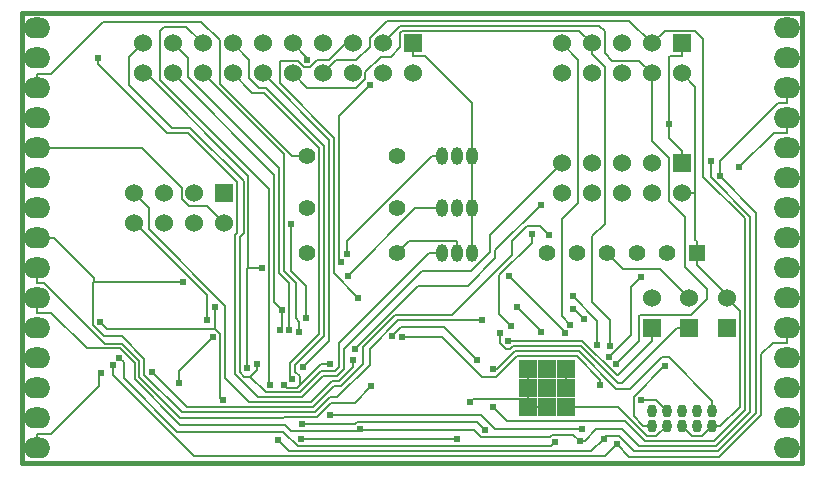
<source format=gbl>
G04 (created by PCBNEW-RS274X (2012-01-19 BZR 3256)-stable) date 20/08/2012 20:09:25*
G01*
G70*
G90*
%MOIN*%
G04 Gerber Fmt 3.4, Leading zero omitted, Abs format*
%FSLAX34Y34*%
G04 APERTURE LIST*
%ADD10C,0.006000*%
%ADD11C,0.015000*%
%ADD12O,0.088000X0.070000*%
%ADD13C,0.055000*%
%ADD14R,0.060000X0.060000*%
%ADD15C,0.060000*%
%ADD16R,0.055000X0.055000*%
%ADD17O,0.039400X0.059100*%
%ADD18O,0.031500X0.043300*%
%ADD19R,0.063400X0.063400*%
%ADD20C,0.024000*%
%ADD21C,0.008000*%
G04 APERTURE END LIST*
G54D10*
G54D11*
X25000Y00000D02*
X26000Y00000D01*
X25000Y15000D02*
X26000Y15000D01*
X25000Y15000D02*
X00000Y15000D01*
X26000Y00000D02*
X26000Y15000D01*
X00000Y00000D02*
X25000Y00000D01*
X00000Y15000D02*
X00000Y00000D01*
G54D12*
X00500Y00500D03*
X00500Y01500D03*
X00500Y02500D03*
X00500Y03500D03*
X00500Y04500D03*
X00500Y05500D03*
X00500Y06500D03*
X00500Y07500D03*
X00500Y08500D03*
X00500Y09500D03*
X00500Y10500D03*
X00500Y11500D03*
X00500Y12500D03*
X00500Y13500D03*
X00500Y14500D03*
X25500Y00500D03*
X25500Y01500D03*
X25500Y02500D03*
X25500Y03500D03*
X25500Y04500D03*
X25500Y05500D03*
X25500Y06500D03*
X25500Y07500D03*
X25500Y08500D03*
X25500Y09500D03*
X25500Y10500D03*
X25500Y11500D03*
X25500Y12500D03*
X25500Y13500D03*
X25500Y14500D03*
G54D13*
X09500Y08500D03*
X12500Y08500D03*
X09500Y07000D03*
X12500Y07000D03*
X09500Y10250D03*
X12500Y10250D03*
G54D14*
X13025Y14000D03*
G54D15*
X13025Y13000D03*
X12025Y14000D03*
X12025Y13000D03*
X11025Y14000D03*
X11025Y13000D03*
X10025Y14000D03*
X10025Y13000D03*
X09025Y14000D03*
X09025Y13000D03*
X08025Y14000D03*
X08025Y13000D03*
X07025Y14000D03*
X07025Y13000D03*
X06025Y14000D03*
X06025Y13000D03*
X05025Y14000D03*
X05025Y13000D03*
X04025Y14000D03*
X04025Y13000D03*
G54D16*
X22500Y07000D03*
G54D13*
X21500Y07000D03*
X20500Y07000D03*
X19500Y07000D03*
X18500Y07000D03*
X17500Y07000D03*
G54D17*
X15000Y08500D03*
X14500Y08500D03*
X14000Y08500D03*
X15000Y07000D03*
X14500Y07000D03*
X14000Y07000D03*
X15000Y10250D03*
X14500Y10250D03*
X14000Y10250D03*
G54D14*
X22000Y14000D03*
G54D15*
X22000Y13000D03*
X21000Y14000D03*
X21000Y13000D03*
X20000Y14000D03*
X20000Y13000D03*
X19000Y14000D03*
X19000Y13000D03*
X18000Y14000D03*
X18000Y13000D03*
G54D14*
X22000Y10000D03*
G54D15*
X22000Y09000D03*
X21000Y10000D03*
X21000Y09000D03*
X20000Y10000D03*
X20000Y09000D03*
X19000Y10000D03*
X19000Y09000D03*
X18000Y10000D03*
X18000Y09000D03*
G54D14*
X06750Y09000D03*
G54D15*
X06750Y08000D03*
X05750Y09000D03*
X05750Y08000D03*
X04750Y09000D03*
X04750Y08000D03*
X03750Y09000D03*
X03750Y08000D03*
G54D18*
X21000Y01250D03*
X21000Y01750D03*
X21500Y01250D03*
X21500Y01750D03*
X22000Y01250D03*
X22000Y01750D03*
X22500Y01250D03*
X22500Y01750D03*
X23000Y01250D03*
X23000Y01750D03*
G54D14*
X23500Y04500D03*
G54D15*
X23500Y05500D03*
G54D14*
X22250Y04500D03*
G54D15*
X22250Y05500D03*
G54D14*
X21000Y04500D03*
G54D15*
X21000Y05500D03*
G54D19*
X18130Y01870D03*
X17500Y01870D03*
X17500Y02500D03*
X18130Y02500D03*
X16870Y01870D03*
X16870Y02500D03*
X16870Y03130D03*
X17500Y03130D03*
X18130Y03130D03*
G54D20*
X16499Y05228D03*
X11038Y03452D03*
X21446Y03250D03*
X18748Y04819D03*
X18362Y05156D03*
X17307Y04365D03*
X02542Y13500D03*
X23905Y09866D03*
X16996Y07659D03*
X16315Y04579D03*
X18599Y00745D03*
X22962Y10069D03*
X11281Y01151D03*
X11651Y02569D03*
X11096Y03826D03*
X17290Y08612D03*
X18363Y05577D03*
X19183Y03946D03*
X11204Y05527D03*
X19391Y00827D03*
X23267Y09571D03*
X08549Y00768D03*
X09322Y01307D03*
X15446Y01122D03*
X09381Y03206D03*
X10261Y03320D03*
X08745Y02610D03*
X18665Y01142D03*
X10255Y01604D03*
X09015Y02798D03*
X14518Y00816D03*
X08276Y02610D03*
X09303Y00820D03*
X12349Y04234D03*
X15171Y03438D03*
X09244Y04374D03*
X12677Y04212D03*
X19278Y02627D03*
X08920Y04433D03*
X08596Y04433D03*
X18091Y04338D03*
X16228Y06245D03*
X08676Y05121D03*
X02646Y03021D03*
X04325Y03039D03*
X17573Y07610D03*
X15721Y01863D03*
X08973Y07983D03*
X09517Y13453D03*
X09461Y04850D03*
X19589Y03924D03*
X18286Y04615D03*
X19826Y00637D03*
X03039Y03265D03*
X20651Y06214D03*
X19571Y03544D03*
X11601Y12625D03*
X10645Y06729D03*
X06374Y04220D03*
X05233Y02691D03*
X19799Y03315D03*
X10865Y06259D03*
X07838Y03312D03*
X10836Y06994D03*
X07990Y06524D03*
X07514Y03184D03*
X15329Y04782D03*
X05385Y06056D03*
X06450Y05216D03*
X06688Y02119D03*
X02609Y04728D03*
X03241Y03520D03*
X17783Y00714D03*
X20639Y02117D03*
X15718Y03138D03*
X14937Y02047D03*
X06176Y04773D03*
X16215Y04091D03*
X15928Y04335D03*
X21577Y11327D03*
G54D21*
X11038Y03204D02*
X11038Y03452D01*
X18362Y05156D02*
X18411Y05156D01*
X18411Y05156D02*
X18748Y04819D01*
X03750Y09000D02*
X04228Y08522D01*
X07579Y02040D02*
X09639Y02040D01*
X04228Y08522D02*
X04228Y07811D01*
X04228Y07811D02*
X06781Y05258D01*
X06781Y05258D02*
X06781Y02838D01*
X06781Y02838D02*
X07579Y02040D01*
X09639Y02040D02*
X10349Y02750D01*
X10349Y02750D02*
X10584Y02750D01*
X10584Y02750D02*
X11038Y03204D01*
X20719Y01250D02*
X20393Y01576D01*
X20393Y01576D02*
X20393Y02222D01*
X20393Y02222D02*
X21421Y03250D01*
X21421Y03250D02*
X21446Y03250D01*
X21000Y01250D02*
X20719Y01250D01*
X17307Y04365D02*
X17307Y04420D01*
X17307Y04420D02*
X16499Y05228D01*
X05539Y11027D02*
X04830Y11027D01*
X15598Y07598D02*
X15598Y07044D01*
X09340Y02203D02*
X07878Y02203D01*
X14963Y06409D02*
X13336Y06409D01*
X07107Y02974D02*
X07107Y07617D01*
X07174Y09392D02*
X05539Y11027D01*
X10050Y02913D02*
X09340Y02203D01*
X10516Y02913D02*
X10050Y02913D01*
X13336Y06409D02*
X10746Y03819D01*
X07107Y07617D02*
X07174Y07684D01*
X15598Y07044D02*
X14963Y06409D01*
X04830Y11027D02*
X02542Y13315D01*
X18000Y10000D02*
X15598Y07598D01*
X07878Y02203D02*
X07107Y02974D01*
X10746Y03143D02*
X10516Y02913D01*
X02542Y13315D02*
X02542Y13500D01*
X07174Y07684D02*
X07174Y09392D01*
X10746Y03819D02*
X10746Y03143D01*
X16996Y07357D02*
X16996Y07659D01*
X15913Y06274D02*
X16996Y07357D01*
X15913Y04981D02*
X15913Y06274D01*
X16315Y04579D02*
X15913Y04981D01*
X25500Y11500D02*
X25500Y11027D01*
X25066Y11027D02*
X23905Y09866D01*
X25500Y11027D02*
X25066Y11027D01*
X02168Y03832D02*
X03273Y03832D01*
X18599Y00745D02*
X18768Y00745D01*
X18768Y00745D02*
X19154Y01131D01*
X19154Y01131D02*
X20000Y01131D01*
X20000Y01131D02*
X20557Y00574D01*
X20557Y00574D02*
X23136Y00574D01*
X11225Y01064D02*
X11281Y01120D01*
X08975Y01064D02*
X11225Y01064D01*
X08755Y01284D02*
X08975Y01064D01*
X05275Y01284D02*
X08755Y01284D01*
X03756Y02803D02*
X05275Y01284D01*
X03756Y03349D02*
X03756Y02803D01*
X03273Y03832D02*
X03756Y03349D01*
X11281Y01120D02*
X11281Y01151D01*
X00973Y05027D02*
X02168Y03832D01*
X00500Y05027D02*
X00973Y05027D01*
X17603Y00877D02*
X15305Y00877D01*
X00500Y05500D02*
X00500Y05027D01*
X15062Y01120D02*
X11281Y01120D01*
X15305Y00877D02*
X15062Y01120D01*
X23136Y00574D02*
X24279Y01717D01*
X17683Y00957D02*
X17603Y00877D01*
X18387Y00957D02*
X17683Y00957D01*
X18599Y00745D02*
X18387Y00957D01*
X22962Y09533D02*
X22962Y10069D01*
X24279Y08216D02*
X22962Y09533D01*
X24279Y01717D02*
X24279Y08216D01*
X11096Y03828D02*
X11096Y03826D01*
X13196Y05928D02*
X11096Y03828D01*
X15781Y06854D02*
X14855Y05928D01*
X14855Y05928D02*
X13196Y05928D01*
X03919Y03417D02*
X03919Y02871D01*
X00500Y06027D02*
X00734Y06027D01*
X00734Y06027D02*
X02766Y03995D01*
X02766Y03995D02*
X03341Y03995D01*
X03341Y03995D02*
X03919Y03417D01*
X15781Y07103D02*
X15781Y06854D01*
X17290Y08612D02*
X15781Y07103D01*
X03919Y02871D02*
X05263Y01527D01*
X00500Y06500D02*
X00500Y06027D01*
X05263Y01527D02*
X08703Y01527D01*
X08703Y01527D02*
X08727Y01551D01*
X08727Y01551D02*
X09846Y01551D01*
X09846Y01551D02*
X10309Y02014D01*
X10309Y02014D02*
X11096Y02014D01*
X11096Y02014D02*
X11651Y02569D01*
X11025Y14000D02*
X10792Y14000D01*
X10792Y14000D02*
X10226Y13434D01*
X10226Y13434D02*
X09842Y13434D01*
X09842Y13434D02*
X09618Y13210D01*
X09618Y13210D02*
X09416Y13210D01*
X09416Y13210D02*
X09202Y13424D01*
X09202Y13424D02*
X08613Y13424D01*
X08613Y13424D02*
X08591Y13402D01*
X08591Y13402D02*
X08591Y12666D01*
X08591Y12666D02*
X10401Y10856D01*
X10401Y10856D02*
X10401Y06330D01*
X10401Y06330D02*
X11204Y05527D01*
X19183Y03946D02*
X19183Y04757D01*
X19183Y04757D02*
X18363Y05577D01*
X24485Y08353D02*
X23267Y09571D01*
X25500Y12500D02*
X25500Y12027D01*
X24485Y01692D02*
X24485Y08353D01*
X23204Y00411D02*
X24485Y01692D01*
X20397Y00411D02*
X23204Y00411D01*
X19900Y00908D02*
X20397Y00411D01*
X19472Y00908D02*
X19900Y00908D01*
X19391Y00827D02*
X19472Y00908D01*
X18974Y00410D02*
X19391Y00827D01*
X08907Y00410D02*
X18974Y00410D01*
X08549Y00768D02*
X08907Y00410D01*
X23267Y09571D02*
X23267Y10082D01*
X23267Y10082D02*
X25212Y12027D01*
X25212Y12027D02*
X25500Y12027D01*
X10238Y10787D02*
X10238Y04063D01*
X09322Y01307D02*
X11094Y01307D01*
X10238Y04063D02*
X09381Y03206D01*
X08025Y13000D02*
X10238Y10787D01*
X15174Y01394D02*
X15446Y01122D01*
X11181Y01394D02*
X15174Y01394D01*
X11094Y01307D02*
X11181Y01394D01*
X09258Y02614D02*
X09173Y02529D01*
X08826Y02529D02*
X08745Y02610D01*
X09173Y02529D02*
X08826Y02529D01*
X09258Y02614D02*
X09258Y02899D01*
X10261Y03320D02*
X09964Y03320D01*
X09964Y03320D02*
X09258Y02614D01*
X09258Y02899D02*
X09103Y03054D01*
X09103Y03054D02*
X09103Y03274D01*
X09103Y03274D02*
X10075Y04246D01*
X10075Y04246D02*
X10075Y10582D01*
X10075Y10582D02*
X08141Y12516D01*
X08141Y12516D02*
X07910Y12516D01*
X07910Y12516D02*
X07572Y12854D01*
X07572Y12854D02*
X07572Y13453D01*
X07572Y13453D02*
X07025Y14000D01*
X09911Y10514D02*
X09911Y04314D01*
X09911Y04314D02*
X08930Y03333D01*
X08930Y03333D02*
X08930Y02883D01*
X08930Y02883D02*
X09015Y02798D01*
X08073Y12352D02*
X09911Y10514D01*
X07673Y12352D02*
X08073Y12352D01*
X07025Y13000D02*
X07673Y12352D01*
X15308Y01604D02*
X10255Y01604D01*
X18665Y01142D02*
X15770Y01142D01*
X15770Y01142D02*
X15308Y01604D01*
X08276Y02610D02*
X08239Y02647D01*
X08239Y02647D02*
X08239Y09135D01*
X08239Y09135D02*
X04591Y12783D01*
X04591Y12783D02*
X04591Y14402D01*
X04591Y14402D02*
X04738Y14549D01*
X04738Y14549D02*
X05476Y14549D01*
X05476Y14549D02*
X06025Y14000D01*
X09303Y00820D02*
X14514Y00820D01*
X14514Y00820D02*
X14518Y00816D01*
X12349Y04234D02*
X12653Y04538D01*
X08729Y10296D02*
X06025Y13000D01*
X08729Y06423D02*
X08729Y10296D01*
X09127Y06025D02*
X08729Y06423D01*
X09127Y04830D02*
X09127Y06025D01*
X09244Y04713D02*
X09127Y04830D01*
X09244Y04374D02*
X09244Y04713D01*
X12653Y04538D02*
X14071Y04538D01*
X14071Y04538D02*
X15171Y03438D01*
X19278Y02794D02*
X18502Y03570D01*
X18502Y03570D02*
X16502Y03570D01*
X14013Y04212D02*
X12677Y04212D01*
X16502Y03570D02*
X15810Y02878D01*
X15810Y02878D02*
X15347Y02878D01*
X15347Y02878D02*
X14013Y04212D01*
X05525Y13500D02*
X05025Y14000D01*
X19278Y02627D02*
X19278Y02794D01*
X05525Y12894D02*
X05525Y13500D01*
X08566Y09853D02*
X05525Y12894D01*
X08566Y06355D02*
X08566Y09853D01*
X08920Y06001D02*
X08566Y06355D01*
X08920Y04433D02*
X08920Y06001D01*
X18091Y04338D02*
X18091Y04382D01*
X08403Y09622D02*
X05025Y13000D01*
X18091Y04382D02*
X16228Y06245D01*
X08676Y05121D02*
X08403Y05394D01*
X08403Y05394D02*
X08403Y09622D01*
X08596Y04433D02*
X08676Y04513D01*
X08676Y04513D02*
X08676Y05121D01*
X00500Y00973D02*
X00973Y00973D01*
X00973Y00973D02*
X02566Y02566D01*
X02566Y02566D02*
X02566Y02942D01*
X02566Y02942D02*
X02567Y02942D01*
X02567Y02942D02*
X02646Y03021D01*
X00500Y00500D02*
X00500Y00973D01*
X12446Y04946D02*
X14354Y04946D01*
X08591Y01877D02*
X09710Y01877D01*
X14354Y04946D02*
X16345Y06937D01*
X16345Y06937D02*
X16345Y07413D01*
X16345Y07413D02*
X16835Y07903D01*
X16835Y07903D02*
X17280Y07903D01*
X17280Y07903D02*
X17573Y07610D01*
X11369Y03869D02*
X12446Y04946D01*
X11369Y03304D02*
X11369Y03869D01*
X10420Y02587D02*
X10652Y02587D01*
X09710Y01877D02*
X10420Y02587D01*
X10652Y02587D02*
X11369Y03304D01*
X08590Y01876D02*
X08591Y01877D01*
X05488Y01876D02*
X08590Y01876D01*
X04325Y03039D02*
X05488Y01876D01*
X10025Y13000D02*
X10467Y13442D01*
X21424Y14424D02*
X21000Y14000D01*
X22438Y14424D02*
X21424Y14424D01*
X22717Y14145D02*
X22438Y14424D01*
X22717Y09547D02*
X22717Y14145D01*
X24101Y08163D02*
X22717Y09547D01*
X24101Y01770D02*
X24101Y08163D01*
X23068Y00737D02*
X24101Y01770D01*
X20764Y00737D02*
X23068Y00737D01*
X20104Y01397D02*
X20764Y00737D01*
X16187Y01397D02*
X20104Y01397D01*
X15721Y01863D02*
X16187Y01397D01*
X20250Y14750D02*
X21000Y14000D01*
X12164Y14750D02*
X20250Y14750D01*
X11601Y14187D02*
X12164Y14750D01*
X11601Y13894D02*
X11601Y14187D01*
X11149Y13442D02*
X11601Y13894D01*
X10467Y13442D02*
X11149Y13442D01*
X08973Y06410D02*
X08973Y07983D01*
X09461Y04850D02*
X09461Y05922D01*
X09517Y13508D02*
X09025Y14000D01*
X09461Y05922D02*
X08973Y06410D01*
X09517Y13453D02*
X09517Y13508D01*
X19424Y07988D02*
X19000Y07564D01*
X19000Y05382D02*
X19589Y04793D01*
X19000Y07564D02*
X19000Y05382D01*
X19589Y04793D02*
X19589Y03924D01*
X11452Y13032D02*
X11452Y12819D01*
X19424Y13226D02*
X19424Y07988D01*
X19000Y13650D02*
X19424Y13226D01*
X19000Y14000D02*
X19000Y13650D01*
X19000Y14000D02*
X18577Y14423D01*
X18577Y14423D02*
X12674Y14423D01*
X12674Y14423D02*
X12602Y14351D01*
X12602Y14351D02*
X12602Y13867D01*
X12602Y13867D02*
X12292Y13557D01*
X12292Y13557D02*
X11977Y13557D01*
X11977Y13557D02*
X11452Y13032D01*
X11452Y12819D02*
X11151Y12518D01*
X11151Y12518D02*
X09507Y12518D01*
X09507Y12518D02*
X09025Y13000D01*
X17999Y04902D02*
X17999Y08135D01*
X17999Y08135D02*
X18554Y08690D01*
X18554Y08690D02*
X18554Y13446D01*
X18554Y13446D02*
X18000Y14000D01*
X18286Y04615D02*
X17999Y04902D01*
X19826Y00637D02*
X19436Y00247D01*
X19436Y00247D02*
X05738Y00247D01*
X05738Y00247D02*
X03039Y02946D01*
X03039Y02946D02*
X03039Y03265D01*
X25500Y04500D02*
X25500Y04027D01*
X19826Y00637D02*
X20239Y00224D01*
X25027Y04027D02*
X25500Y04027D01*
X24649Y03649D02*
X25027Y04027D01*
X24649Y01624D02*
X24649Y03649D01*
X23249Y00224D02*
X24649Y01624D01*
X20239Y00224D02*
X23249Y00224D01*
X19571Y03544D02*
X20305Y04278D01*
X20305Y04278D02*
X20305Y05868D01*
X20305Y05868D02*
X20651Y06214D01*
X22101Y08217D02*
X22101Y06535D01*
X21576Y08742D02*
X22101Y08217D01*
X21000Y13000D02*
X21000Y10741D01*
X21576Y10165D02*
X21576Y08742D01*
X21000Y10741D02*
X21576Y10165D01*
X20575Y04920D02*
X20575Y04091D01*
X22101Y06535D02*
X22834Y05802D01*
X22834Y05802D02*
X22834Y05484D01*
X22834Y05484D02*
X22292Y04942D01*
X20597Y04942D02*
X20575Y04920D01*
X22292Y04942D02*
X20597Y04942D01*
X05233Y03079D02*
X06374Y04220D01*
X05233Y02691D02*
X05233Y03079D01*
X10564Y11588D02*
X11601Y12625D01*
X10564Y06810D02*
X10564Y11588D01*
X10645Y06729D02*
X10564Y06810D01*
X20575Y04091D02*
X19799Y03315D01*
X12025Y14005D02*
X12025Y14000D01*
X12606Y14586D02*
X12025Y14005D01*
X19250Y14586D02*
X12606Y14586D01*
X19434Y14402D02*
X19250Y14586D01*
X19434Y13664D02*
X19434Y14402D01*
X19674Y13424D02*
X19434Y13664D01*
X20576Y13424D02*
X19674Y13424D01*
X21000Y13000D02*
X20576Y13424D01*
X13680Y08500D02*
X13106Y08500D01*
X13106Y08500D02*
X10865Y06259D01*
X14000Y08500D02*
X13680Y08500D01*
X04990Y11190D02*
X03581Y12599D01*
X03581Y13556D02*
X04025Y14000D01*
X03581Y12599D02*
X03581Y13556D01*
X07607Y02891D02*
X07838Y03122D01*
X07838Y03122D02*
X07838Y03312D01*
X09982Y03076D02*
X09272Y02366D01*
X05608Y11190D02*
X04990Y11190D01*
X07389Y09409D02*
X05608Y11190D01*
X07389Y07667D02*
X07389Y09409D01*
X07270Y07548D02*
X07389Y07667D01*
X07270Y03042D02*
X07270Y07548D01*
X07421Y02891D02*
X07270Y03042D01*
X07607Y02891D02*
X07421Y02891D01*
X14000Y07000D02*
X13585Y07000D01*
X13585Y07000D02*
X10583Y03998D01*
X10583Y03998D02*
X10583Y03211D01*
X10583Y03211D02*
X10448Y03076D01*
X10448Y03076D02*
X09982Y03076D01*
X09272Y02366D02*
X08132Y02366D01*
X08132Y02366D02*
X07607Y02891D01*
X07514Y03184D02*
X07514Y06486D01*
X07552Y06524D02*
X07990Y06524D01*
X07514Y06486D02*
X07552Y06524D01*
X04143Y13000D02*
X04025Y13000D01*
X07552Y09591D02*
X04143Y13000D01*
X07552Y06524D02*
X07552Y09591D01*
X14000Y10250D02*
X13680Y10250D01*
X10836Y07406D02*
X10836Y06994D01*
X13680Y10250D02*
X10836Y07406D01*
X05325Y01696D02*
X08641Y01696D01*
X12552Y04782D02*
X15329Y04782D01*
X11590Y03820D02*
X12552Y04782D01*
X11590Y03294D02*
X11590Y03820D01*
X10505Y02209D02*
X11590Y03294D01*
X10273Y02209D02*
X10505Y02209D01*
X09778Y01714D02*
X10273Y02209D01*
X08659Y01714D02*
X09778Y01714D01*
X08641Y01696D02*
X08659Y01714D01*
X02752Y04242D02*
X03325Y04242D01*
X04082Y02939D02*
X05325Y01696D01*
X04082Y03485D02*
X04082Y02939D01*
X03325Y04242D02*
X04082Y03485D01*
X02365Y04629D02*
X02752Y04242D01*
X02365Y06027D02*
X02365Y04629D01*
X02394Y06056D02*
X02365Y06027D01*
X01063Y07500D02*
X02394Y06169D01*
X00500Y07500D02*
X01063Y07500D01*
X05385Y06056D02*
X02394Y06056D01*
X02394Y06169D02*
X02394Y06056D01*
X06450Y04492D02*
X06450Y05216D01*
X02845Y04492D02*
X02609Y04728D01*
X06450Y04492D02*
X02845Y04492D01*
X06617Y02190D02*
X06688Y02119D01*
X06617Y04325D02*
X06617Y02190D01*
X06450Y04492D02*
X06617Y04325D01*
X05987Y14720D02*
X02720Y14720D01*
X09500Y10250D02*
X09009Y10250D01*
X09009Y10250D02*
X06601Y12658D01*
X00500Y12500D02*
X00500Y12973D01*
X06601Y12658D02*
X06601Y14106D01*
X06601Y14106D02*
X05987Y14720D01*
X17642Y00573D02*
X17783Y00714D01*
X09207Y00573D02*
X17642Y00573D01*
X08718Y01062D02*
X09207Y00573D01*
X05178Y01062D02*
X08718Y01062D01*
X03396Y02844D02*
X05178Y01062D01*
X03396Y03365D02*
X03396Y02844D01*
X03241Y03520D02*
X03396Y03365D01*
X00973Y12973D02*
X00500Y12973D01*
X02720Y14720D02*
X00973Y12973D01*
X06173Y08577D02*
X06750Y08000D01*
X05575Y08577D02*
X06173Y08577D01*
X05327Y08825D02*
X05575Y08577D01*
X05327Y09177D02*
X05327Y08825D01*
X04004Y10500D02*
X05327Y09177D01*
X00500Y10500D02*
X04004Y10500D01*
X21133Y02117D02*
X20639Y02117D01*
X21500Y01750D02*
X21133Y02117D01*
X15718Y03138D02*
X15839Y03138D01*
X15839Y03138D02*
X16434Y03733D01*
X16434Y03733D02*
X18570Y03733D01*
X18570Y03733D02*
X19819Y02484D01*
X19819Y02484D02*
X20284Y02484D01*
X20284Y02484D02*
X21334Y03534D01*
X21334Y03534D02*
X21556Y03534D01*
X21556Y03534D02*
X23000Y02090D01*
X23000Y01750D02*
X23000Y02090D01*
X20036Y06464D02*
X19500Y07000D01*
X22250Y05500D02*
X21286Y06464D01*
X21286Y06464D02*
X20036Y06464D01*
X03750Y08000D02*
X03785Y08000D01*
X21151Y00901D02*
X21500Y01250D01*
X20832Y00901D02*
X21151Y00901D01*
X19863Y01870D02*
X20832Y00901D01*
X18130Y01870D02*
X19863Y01870D01*
X23500Y05500D02*
X23924Y05076D01*
X03785Y08000D02*
X06176Y05609D01*
X06176Y05609D02*
X06176Y04773D01*
X16870Y03130D02*
X16870Y02500D01*
X16870Y02139D02*
X15029Y02139D01*
X15029Y02139D02*
X14937Y02047D01*
X16870Y02139D02*
X16870Y01870D01*
X16870Y02500D02*
X16870Y02139D01*
X22440Y07458D02*
X22500Y07398D01*
X23500Y05602D02*
X22500Y06602D01*
X22440Y09000D02*
X22440Y12560D01*
X22440Y12560D02*
X22000Y13000D01*
X22000Y09000D02*
X22440Y09000D01*
X22440Y09000D02*
X22440Y07458D01*
X23500Y05500D02*
X23500Y05602D01*
X22500Y07000D02*
X22500Y07398D01*
X22500Y07000D02*
X22500Y06602D01*
X23924Y05076D02*
X23924Y01893D01*
X23924Y01893D02*
X23281Y01250D01*
X18130Y03130D02*
X18130Y02500D01*
X17500Y01870D02*
X17060Y01870D01*
X16870Y01870D02*
X17060Y01870D01*
X23000Y01250D02*
X23281Y01250D01*
X22000Y01250D02*
X22341Y00909D01*
X22341Y00909D02*
X22659Y00909D01*
X22659Y00909D02*
X23000Y01250D01*
X12919Y07419D02*
X12500Y07000D01*
X14500Y07419D02*
X12919Y07419D01*
X14500Y07000D02*
X14500Y07419D01*
X16215Y04091D02*
X18680Y04091D01*
X18680Y04091D02*
X19831Y02940D01*
X19831Y02940D02*
X19863Y02940D01*
X19863Y02940D02*
X21000Y04077D01*
X21000Y04500D02*
X21000Y04077D01*
X16366Y03896D02*
X18638Y03896D01*
X15928Y04335D02*
X15928Y04029D01*
X15928Y04029D02*
X16141Y03816D01*
X16141Y03816D02*
X16286Y03816D01*
X16286Y03816D02*
X16366Y03896D01*
X18638Y03896D02*
X19856Y02678D01*
X19856Y02678D02*
X20005Y02678D01*
X20005Y02678D02*
X21827Y04500D01*
X22250Y04500D02*
X21827Y04500D01*
X13025Y14000D02*
X13025Y13577D01*
X15000Y08500D02*
X15000Y10250D01*
X13448Y13577D02*
X13025Y13577D01*
X15000Y12025D02*
X13448Y13577D01*
X15000Y10250D02*
X15000Y12025D01*
X15000Y07000D02*
X15000Y08500D01*
X22000Y10000D02*
X22000Y10423D01*
X22000Y14000D02*
X22000Y13577D01*
X21577Y10846D02*
X21577Y11327D01*
X22000Y10423D02*
X21577Y10846D01*
X21599Y13577D02*
X22000Y13577D01*
X21577Y13555D02*
X21599Y13577D01*
X21577Y11327D02*
X21577Y13555D01*
M02*

</source>
